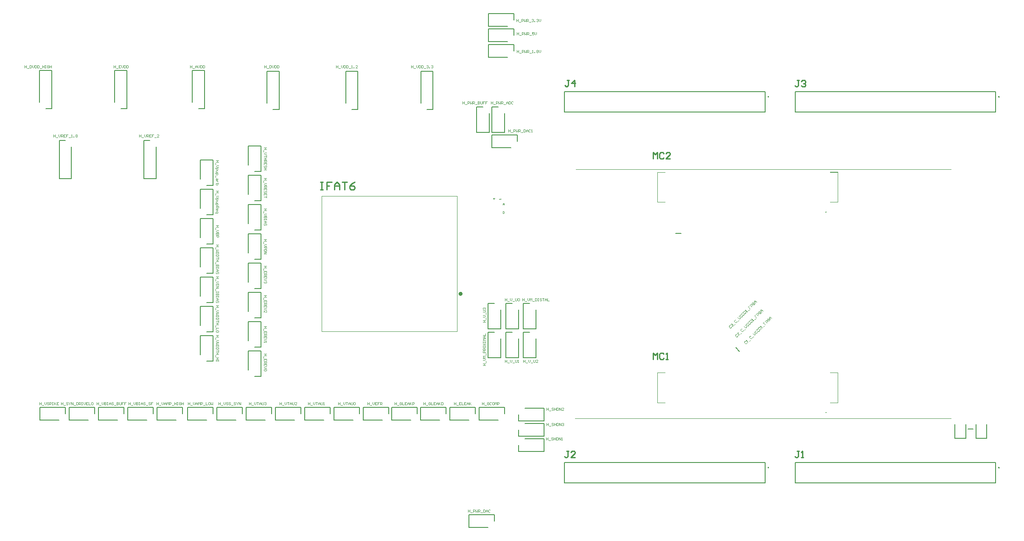
<source format=gbr>
G04*
G04 #@! TF.GenerationSoftware,Altium Limited,Altium Designer,22.4.2 (48)*
G04*
G04 Layer_Color=65535*
%FSLAX25Y25*%
%MOIN*%
G70*
G04*
G04 #@! TF.SameCoordinates,2DCEC4E4-29E6-4739-8FF7-65C193B2F985*
G04*
G04*
G04 #@! TF.FilePolarity,Positive*
G04*
G01*
G75*
%ADD10C,0.01575*%
%ADD11C,0.00787*%
%ADD12C,0.00472*%
%ADD13C,0.00394*%
%ADD14C,0.00300*%
%ADD15C,0.01000*%
%ADD16C,0.00400*%
D10*
X375693Y203715D02*
G03*
X375693Y203715I-787J0D01*
G01*
D11*
X798116Y67088D02*
G03*
X798116Y67088I-394J0D01*
G01*
X662105Y267864D02*
G03*
X661711Y267864I-197J0D01*
G01*
D02*
G03*
X662105Y267864I197J0D01*
G01*
D02*
G03*
X661711Y267864I-197J0D01*
G01*
X662105Y110383D02*
G03*
X661711Y110383I-197J0D01*
G01*
D02*
G03*
X662105Y110383I197J0D01*
G01*
D02*
G03*
X661711Y110383I-197J0D01*
G01*
X617014Y358427D02*
G03*
X617014Y358427I-394J0D01*
G01*
X798116Y358427D02*
G03*
X798116Y358427I-394J0D01*
G01*
X617014Y67088D02*
G03*
X617014Y67088I-394J0D01*
G01*
X591039Y161461D02*
X593961Y158538D01*
X135652Y294101D02*
Y319101D01*
X126164Y294101D02*
X135652D01*
X126164D02*
Y324101D01*
X130908D01*
X419452Y323500D02*
Y328500D01*
X399452D02*
X419452D01*
X399452Y318500D02*
Y328500D01*
Y318500D02*
X414452D01*
X795164Y55297D02*
Y71006D01*
X637683Y55297D02*
Y71006D01*
Y55297D02*
X795164D01*
X637683Y71006D02*
X795164D01*
X543933Y251124D02*
X548067D01*
X763268Y90315D02*
Y101043D01*
Y90315D02*
X771732D01*
Y101043D01*
X773433Y97500D02*
X777567D01*
X779768Y90315D02*
Y101043D01*
Y90315D02*
X788232D01*
Y101043D01*
X164256Y354000D02*
Y379000D01*
X173744D01*
Y349000D02*
Y379000D01*
X169000Y349000D02*
X173744D01*
X44256Y354000D02*
Y379000D01*
X53744D01*
Y349000D02*
Y379000D01*
X49000Y349000D02*
X53744D01*
X227629Y348545D02*
X232373D01*
Y378545D01*
X222885D02*
X232373D01*
X222885Y353545D02*
Y378545D01*
X366500Y104337D02*
X381500D01*
X366500D02*
Y114337D01*
X386500D01*
Y109337D02*
Y114337D01*
X208279Y143918D02*
Y158917D01*
X218279D01*
Y138918D02*
Y158917D01*
X213279Y138918D02*
X218279D01*
X208279Y166918D02*
Y181918D01*
X218279D01*
Y161917D02*
Y181918D01*
X213279Y161917D02*
X218279D01*
X208279Y189918D02*
Y204918D01*
X218279D01*
Y184917D02*
Y204918D01*
X213279Y184917D02*
X218279D01*
X208279Y212917D02*
Y227918D01*
X218279D01*
Y207917D02*
Y227918D01*
X213279Y207917D02*
X218279D01*
X103256Y354000D02*
Y379000D01*
X112744D01*
Y349000D02*
Y379000D01*
X108000Y349000D02*
X112744D01*
X389500Y104337D02*
X404500D01*
X389500D02*
Y114337D01*
X409500D01*
Y109337D02*
Y114337D01*
X343500Y104337D02*
X358500D01*
X343500D02*
Y114337D01*
X363500D01*
Y109337D02*
Y114337D01*
X320852Y104337D02*
X335852D01*
X320852D02*
Y114337D01*
X340852D01*
Y109337D02*
Y114337D01*
X396889Y389428D02*
X411889D01*
X396889D02*
Y399428D01*
X416889D01*
Y394428D02*
Y399428D01*
X396852Y413980D02*
X411852D01*
X396852D02*
Y423980D01*
X416852D01*
Y418980D02*
Y423980D01*
X396886Y401819D02*
X411886D01*
X396886D02*
Y411819D01*
X416886D01*
Y406819D02*
Y411819D01*
X409452Y330446D02*
Y345446D01*
X399452Y330446D02*
X409452D01*
X399452D02*
Y350446D01*
X404452D01*
X397452Y345446D02*
X397452Y330446D01*
X387452D02*
X397452D01*
X387452D02*
Y350446D01*
X392452Y350446D01*
X381500Y20000D02*
X396500D01*
X381500D02*
Y30000D01*
X401500D01*
Y25000D02*
Y30000D01*
X425505Y89983D02*
X440505D01*
Y79983D02*
Y89983D01*
X420505Y79983D02*
X440505D01*
X420505D02*
Y84983D01*
Y103913D02*
X420505Y108913D01*
X420505Y103913D02*
X440505D01*
Y113913D01*
X425505Y113913D02*
X440505Y113913D01*
X420505Y91983D02*
Y96983D01*
Y91983D02*
X440505D01*
Y101983D01*
X425505D02*
X440505D01*
X87500Y109337D02*
Y114337D01*
X67500D02*
X87500D01*
X67500Y104337D02*
Y114337D01*
Y104337D02*
X82500D01*
X410422Y173615D02*
X415422Y173615D01*
X410422Y153615D02*
Y173615D01*
Y153615D02*
X420422D01*
X420422Y168615D02*
X420422Y153615D01*
X420422Y191139D02*
X420422Y176139D01*
X410422D02*
X420422D01*
X410422D02*
Y196139D01*
X415422Y196139D01*
X396479Y196139D02*
X401479Y196139D01*
X396479Y176139D02*
Y196139D01*
Y176139D02*
X406479D01*
X406479Y191139D02*
X406479Y176139D01*
X396479Y173615D02*
X401479Y173615D01*
X396479Y153615D02*
Y173615D01*
Y153615D02*
X406479D01*
X406479Y168615D02*
X406479Y153615D01*
X156500Y109337D02*
Y114337D01*
X136500D02*
X156500D01*
X136500Y104337D02*
Y114337D01*
Y104337D02*
X151500D01*
X180500Y109337D02*
Y114337D01*
X160500D02*
X180500D01*
X160500Y104337D02*
Y114337D01*
Y104337D02*
X175500D01*
X110500Y109337D02*
Y114337D01*
X90500D02*
X110500D01*
X90500Y104337D02*
Y114337D01*
Y104337D02*
X105500D01*
X133500Y109337D02*
Y114337D01*
X113500D02*
X133500D01*
X113500Y104337D02*
Y114337D01*
Y104337D02*
X128500D01*
X208279Y258917D02*
Y273918D01*
X218279D01*
Y253918D02*
Y273918D01*
X213279Y253918D02*
X218279D01*
X170335Y247965D02*
Y262965D01*
X180335D01*
Y242965D02*
Y262965D01*
X175336Y242965D02*
X180335D01*
X284756Y353500D02*
Y378500D01*
X294244D01*
Y348500D02*
Y378500D01*
X289500Y348500D02*
X294244D01*
X343756Y353500D02*
Y378500D01*
X353244D01*
Y348500D02*
Y378500D01*
X348500Y348500D02*
X353244D01*
X298500Y104337D02*
X313500D01*
X298500D02*
Y114337D01*
X318500D01*
Y109337D02*
Y114337D01*
X170335Y201965D02*
Y216965D01*
X180335D01*
Y196965D02*
Y216965D01*
X175336Y196965D02*
X180335D01*
X424103Y173615D02*
X429103Y173615D01*
X424103Y153615D02*
Y173615D01*
Y153615D02*
X434103D01*
X434103Y168615D02*
X434103Y153615D01*
X424103Y196139D02*
X429103Y196139D01*
X424103Y176139D02*
Y196139D01*
Y176139D02*
X434103D01*
X434103Y191139D02*
X434103Y176139D01*
X208279Y235917D02*
Y250918D01*
X218279D01*
Y230918D02*
Y250918D01*
X213279Y230918D02*
X218279D01*
X170335Y293965D02*
Y308965D01*
X180335D01*
Y288965D02*
Y308965D01*
X175336Y288965D02*
X180335D01*
X170335Y270965D02*
Y285965D01*
X180335D01*
Y265965D02*
Y285965D01*
X175336Y265965D02*
X180335D01*
X69181Y294101D02*
Y319101D01*
X59693Y294101D02*
X69181D01*
X59693D02*
Y324101D01*
X64437D01*
X208279Y281918D02*
Y296918D01*
X218279D01*
Y276918D02*
Y296918D01*
X213279Y276918D02*
X218279D01*
X64500Y109337D02*
Y114337D01*
X44500D02*
X64500D01*
X44500Y104337D02*
Y114337D01*
Y104337D02*
X59500D01*
X203500Y109337D02*
Y114337D01*
X183500D02*
X203500D01*
X183500Y104337D02*
Y114337D01*
Y104337D02*
X198500D01*
X275500D02*
X290500D01*
X275500D02*
Y114337D01*
X295500D01*
Y109337D02*
Y114337D01*
X252500Y104337D02*
X267500D01*
X252500D02*
Y114337D01*
X272500D01*
Y109337D02*
Y114337D01*
X229500Y104337D02*
X244500D01*
X229500D02*
Y114337D01*
X249500D01*
Y109337D02*
Y114337D01*
X206500Y104337D02*
X221500D01*
X206500D02*
Y114337D01*
X226500D01*
Y109337D02*
Y114337D01*
X208279Y304918D02*
Y319917D01*
X218279D01*
Y299918D02*
Y319917D01*
X213279Y299918D02*
X218279D01*
X170335Y155965D02*
Y170965D01*
X180335D01*
Y150965D02*
Y170965D01*
X175336Y150965D02*
X180335D01*
X170335Y178965D02*
Y193965D01*
X180335D01*
Y173965D02*
Y193965D01*
X175336Y173965D02*
X180335D01*
X175336Y219965D02*
X180335D01*
Y239965D01*
X170335D02*
X180335D01*
X170335Y224965D02*
Y239965D01*
X614061Y346636D02*
Y362344D01*
X456581Y346636D02*
Y362344D01*
Y346636D02*
X614061D01*
X456581Y362344D02*
X614061D01*
X795164Y346636D02*
Y362344D01*
X637683Y346636D02*
Y362344D01*
Y346636D02*
X795164D01*
X637683Y362344D02*
X795164D01*
X456581Y71006D02*
X614061D01*
X456581Y55297D02*
X614061D01*
X456581D02*
Y71006D01*
X614061Y55297D02*
Y71006D01*
D12*
X265850Y280486D02*
X372150D01*
X265850Y174187D02*
Y280486D01*
Y174187D02*
X372150D01*
Y280486D01*
X464933Y105912D02*
X760209D01*
X465396Y301546D02*
X760164D01*
D13*
X529427Y275797D02*
X535333D01*
X529427D02*
X535333D01*
X529427D02*
Y299297D01*
Y275797D02*
Y299297D01*
X535333D01*
X529427D02*
X535333D01*
X671160D02*
Y299360D01*
X665254Y299297D02*
X671160D01*
X665254D02*
Y299360D01*
X671160D01*
Y275738D02*
Y299360D01*
Y275738D02*
Y299360D01*
X665254Y275738D02*
X671160D01*
X665254D02*
X671160D01*
X665254Y118257D02*
X671160D01*
X665254D02*
X671160D01*
Y141879D01*
Y118257D02*
Y141879D01*
X665254D02*
X671160D01*
X665254Y141816D02*
Y141879D01*
Y141816D02*
X671160D01*
Y141879D01*
X529427Y141816D02*
X535333D01*
X529427D02*
X535333D01*
X529427Y118316D02*
Y141816D01*
Y118316D02*
Y141816D01*
Y118316D02*
X535333D01*
X529427D02*
X535333D01*
D14*
X598722Y166400D02*
X598250D01*
X597779Y165928D01*
X597779Y165457D01*
X598722Y164515D01*
X599193D01*
X599664Y164986D01*
X599664Y165457D01*
X600371Y165693D02*
X600842Y166164D01*
X600606Y165928D01*
X599193Y167342D01*
X599193Y166871D01*
X601785Y166635D02*
X602727Y167578D01*
X602727Y170405D02*
X602256D01*
X601785Y169934D01*
Y169463D01*
X602727Y168520D01*
X603198D01*
X603670Y168992D01*
X603670Y169463D01*
X604612Y169463D02*
X605555Y170405D01*
X604377Y172526D02*
X605319Y171583D01*
X606262D01*
Y172526D01*
X605319Y173468D01*
X606968Y174647D02*
X606497D01*
X606026Y174175D01*
X606026Y173704D01*
X606968Y172762D01*
X607440D01*
X607911Y173233D01*
X607911Y173704D01*
X608382Y176060D02*
X607911D01*
X607440Y175589D01*
X607440Y175118D01*
X608382Y174175D01*
X608853D01*
X609325Y174647D01*
X609325Y175118D01*
X609325Y177474D02*
X608853Y177003D01*
Y176532D01*
X609796Y175589D01*
X610267D01*
X610739Y176060D01*
X610738Y176532D01*
X609796Y177474D01*
X609325D01*
X611445Y176767D02*
X611917Y177238D01*
X611681Y177003D01*
X610267Y178417D01*
X610267Y177945D01*
X612859Y177710D02*
X613802Y178652D01*
X613566Y181715D02*
X612624Y180773D01*
X613330Y180066D01*
X613802Y180537D01*
X613330Y180066D01*
X614037Y179359D01*
X615451Y180773D02*
X614037Y182187D01*
X614744Y182894D01*
X615215D01*
X615687Y182422D01*
Y181951D01*
X614980Y181244D01*
X616629Y184307D02*
X616158D01*
X615687Y183836D01*
Y183365D01*
X616629Y182422D01*
X617100D01*
X617572Y182894D01*
X617572Y183365D01*
X617100Y183836D01*
X616629Y183365D01*
X618279Y183600D02*
X617336Y184543D01*
Y185485D01*
X618279D01*
X619221Y184543D01*
X618514Y185250D01*
X617572Y184307D01*
X591604Y171782D02*
X591132D01*
X590661Y171311D01*
X590661Y170839D01*
X591604Y169897D01*
X592075D01*
X592546Y170368D01*
X592546Y170839D01*
X594196Y172018D02*
X593253Y171075D01*
Y172960D01*
X593017Y173196D01*
X592546D01*
X592075Y172724D01*
X592075Y172253D01*
X594903Y172253D02*
X595845Y173196D01*
X595845Y176023D02*
X595374D01*
X594903Y175552D01*
X594903Y175081D01*
X595845Y174138D01*
X596316D01*
X596788Y174609D01*
Y175081D01*
X597730D02*
X598672Y176023D01*
X597494Y178144D02*
X598437Y177201D01*
X599379D01*
Y178144D01*
X598437Y179086D01*
X600086Y180264D02*
X599615D01*
X599144Y179793D01*
X599144Y179322D01*
X600086Y178379D01*
X600558D01*
X601029Y178851D01*
Y179322D01*
X601500Y181678D02*
X601029D01*
X600558Y181207D01*
Y180736D01*
X601500Y179793D01*
X601971D01*
X602443Y180264D01*
X602443Y180736D01*
X602443Y183092D02*
X601971Y182621D01*
X601971Y182149D01*
X602914Y181207D01*
X603385D01*
X603856Y181678D01*
X603856Y182149D01*
X602914Y183092D01*
X602443D01*
X604563Y182385D02*
X605034Y182856D01*
X604799Y182621D01*
X603385Y184034D01*
X603385Y183563D01*
X605977Y183327D02*
X606919Y184270D01*
X606684Y187333D02*
X605741Y186391D01*
X606448Y185684D01*
X606919Y186155D01*
X606448Y185684D01*
X607155Y184977D01*
X608569Y186391D02*
X607155Y187804D01*
X607862Y188511D01*
X608333D01*
X608804Y188040D01*
Y187569D01*
X608098Y186862D01*
X609747Y189925D02*
X609276D01*
X608804Y189454D01*
Y188982D01*
X609747Y188040D01*
X610218D01*
X610689Y188511D01*
X610689Y188982D01*
X610218Y189454D01*
X609747Y188982D01*
X611396Y189218D02*
X610454Y190161D01*
Y191103D01*
X611396D01*
X612339Y190161D01*
X611632Y190867D01*
X610689Y189925D01*
X586604Y178782D02*
X586132D01*
X585661Y178311D01*
X585661Y177839D01*
X586604Y176897D01*
X587075D01*
X587546Y177368D01*
X587546Y177839D01*
X587075Y179253D02*
X587075Y179724D01*
X587546Y180196D01*
X588018D01*
X588253Y179960D01*
Y179489D01*
X588018Y179253D01*
X588253Y179489D01*
X588724D01*
X588960Y179253D01*
Y178782D01*
X588489Y178311D01*
X588018D01*
X589902Y179253D02*
X590845Y180196D01*
X590845Y183023D02*
X590374D01*
X589902Y182552D01*
X589902Y182081D01*
X590845Y181138D01*
X591316D01*
X591787Y181609D01*
Y182081D01*
X592730D02*
X593673Y183023D01*
X592494Y185144D02*
X593437Y184201D01*
X594379D01*
Y185144D01*
X593437Y186086D01*
X595086Y187264D02*
X594615D01*
X594144Y186793D01*
X594144Y186322D01*
X595086Y185379D01*
X595557D01*
X596029Y185851D01*
Y186322D01*
X596500Y188678D02*
X596029D01*
X595557Y188207D01*
Y187736D01*
X596500Y186793D01*
X596971D01*
X597442Y187264D01*
X597442Y187736D01*
X597442Y190092D02*
X596971Y189621D01*
X596971Y189149D01*
X597914Y188207D01*
X598385D01*
X598856Y188678D01*
X598856Y189149D01*
X597914Y190092D01*
X597442D01*
X599563Y189385D02*
X600034Y189856D01*
X599799Y189621D01*
X598385Y191034D01*
X598385Y190563D01*
X600977Y190328D02*
X601919Y191270D01*
X601684Y194333D02*
X600741Y193391D01*
X601448Y192684D01*
X601919Y193155D01*
X601448Y192684D01*
X602155Y191977D01*
X603569Y193391D02*
X602155Y194804D01*
X602862Y195511D01*
X603333D01*
X603804Y195040D01*
Y194569D01*
X603097Y193862D01*
X604747Y196925D02*
X604276D01*
X603804Y196454D01*
Y195983D01*
X604747Y195040D01*
X605218D01*
X605689Y195511D01*
X605689Y195983D01*
X605218Y196454D01*
X604747Y195983D01*
X606396Y196218D02*
X605454Y197161D01*
Y198103D01*
X606396D01*
X607339Y197161D01*
X606632Y197868D01*
X605689Y196925D01*
X408000Y273350D02*
Y274350D01*
X408500Y274850D01*
X409000Y274350D01*
Y273350D01*
Y274100D01*
X408000D01*
X408000Y268350D02*
Y266850D01*
X408750D01*
X409000Y267100D01*
Y268100D01*
X408750Y268350D01*
X408000D01*
X401850Y278712D02*
X400351D01*
X401100Y277962D01*
Y278962D01*
X406575Y277962D02*
Y278462D01*
Y278212D01*
X405076D01*
X405325Y277962D01*
D15*
X264800Y291598D02*
X266799D01*
X265800D01*
Y285600D01*
X264800D01*
X266799D01*
X273797Y291598D02*
X269798D01*
Y288599D01*
X271798D01*
X269798D01*
Y285600D01*
X275796D02*
Y289599D01*
X277796Y291598D01*
X279795Y289599D01*
Y285600D01*
Y288599D01*
X275796D01*
X281795Y291598D02*
X285793D01*
X283794D01*
Y285600D01*
X291791Y291598D02*
X289792Y290598D01*
X287793Y288599D01*
Y286600D01*
X288792Y285600D01*
X290792D01*
X291791Y286600D01*
Y287599D01*
X290792Y288599D01*
X287793D01*
X640932Y80098D02*
X639266D01*
X640099D01*
Y75933D01*
X639266Y75100D01*
X638433D01*
X637600Y75933D01*
X642598Y75100D02*
X644265D01*
X643431D01*
Y80098D01*
X642598Y79265D01*
X459832Y80098D02*
X458166D01*
X458999D01*
Y75933D01*
X458166Y75100D01*
X457333D01*
X456500Y75933D01*
X464831Y75100D02*
X461498D01*
X464831Y78432D01*
Y79265D01*
X463998Y80098D01*
X462331D01*
X461498Y79265D01*
X640928Y371379D02*
X639262D01*
X640095D01*
Y367214D01*
X639262Y366381D01*
X638429D01*
X637596Y367214D01*
X642594Y370546D02*
X643428Y371379D01*
X645094D01*
X645927Y370546D01*
Y369713D01*
X645094Y368880D01*
X644261D01*
X645094D01*
X645927Y368047D01*
Y367214D01*
X645094Y366381D01*
X643428D01*
X642594Y367214D01*
X460167Y371499D02*
X458501D01*
X459334D01*
Y367334D01*
X458501Y366501D01*
X457668D01*
X456835Y367334D01*
X464332Y366501D02*
Y371499D01*
X461833Y369000D01*
X465165D01*
X526300Y309700D02*
Y314698D01*
X527966Y313032D01*
X529632Y314698D01*
Y309700D01*
X534631Y313865D02*
X533798Y314698D01*
X532131D01*
X531298Y313865D01*
Y310533D01*
X532131Y309700D01*
X533798D01*
X534631Y310533D01*
X539629Y309700D02*
X536297D01*
X539629Y313032D01*
Y313865D01*
X538796Y314698D01*
X537130D01*
X536297Y313865D01*
X526300Y152200D02*
Y157198D01*
X527966Y155532D01*
X529632Y157198D01*
Y152200D01*
X534631Y156365D02*
X533798Y157198D01*
X532131D01*
X531298Y156365D01*
Y153033D01*
X532131Y152200D01*
X533798D01*
X534631Y153033D01*
X536297Y152200D02*
X537963D01*
X537130D01*
Y157198D01*
X536297Y156365D01*
D16*
X412622Y332666D02*
Y330667D01*
Y331667D01*
X413955D01*
Y332666D01*
Y330667D01*
X414621Y330334D02*
X415954D01*
X416621Y330667D02*
Y332666D01*
X417620D01*
X417954Y332333D01*
Y331667D01*
X417620Y331333D01*
X416621D01*
X418620Y332666D02*
Y330667D01*
X419286Y331333D01*
X419953Y330667D01*
Y332666D01*
X420619Y330667D02*
Y332666D01*
X421619D01*
X421952Y332333D01*
Y331667D01*
X421619Y331333D01*
X420619D01*
X421286D02*
X421952Y330667D01*
X422619Y330334D02*
X423952D01*
X424618Y332666D02*
Y330667D01*
X425618D01*
X425951Y331000D01*
Y332333D01*
X425618Y332666D01*
X424618D01*
X426617Y330667D02*
Y332000D01*
X427284Y332666D01*
X427950Y332000D01*
Y330667D01*
Y331667D01*
X426617D01*
X429950Y332333D02*
X429616Y332666D01*
X428950D01*
X428617Y332333D01*
Y331000D01*
X428950Y330667D01*
X429616D01*
X429950Y331000D01*
X430616Y330667D02*
X431283D01*
X430949D01*
Y332666D01*
X430616Y332333D01*
X184669Y242295D02*
X182669D01*
X183669D01*
Y240962D01*
X184669D01*
X182669D01*
X182336Y240295D02*
Y238962D01*
X184669Y238296D02*
X182669D01*
X183335Y237629D01*
X182669Y236963D01*
X184669D01*
Y236297D02*
Y235630D01*
Y235963D01*
X182669D01*
Y236297D01*
Y235630D01*
X184669Y234630D02*
X182669D01*
Y233631D01*
X183002Y233297D01*
X184335D01*
X184669Y233631D01*
Y234630D01*
Y232631D02*
Y231298D01*
Y231965D01*
X182669D01*
X184669Y230632D02*
X182669D01*
X183669D01*
Y229299D01*
X184669D01*
X182669D01*
X182336Y228632D02*
Y227299D01*
X184669Y226633D02*
X182669D01*
Y225633D01*
X183002Y225300D01*
X183335D01*
X183669Y225633D01*
Y226633D01*
Y225633D01*
X184002Y225300D01*
X184335D01*
X184669Y225633D01*
Y226633D01*
Y224634D02*
Y223967D01*
Y224300D01*
X182669D01*
Y224634D01*
Y223967D01*
Y222968D02*
X184002D01*
X184669Y222301D01*
X184002Y221635D01*
X182669D01*
X183669D01*
Y222968D01*
X184335Y219635D02*
X184669Y219969D01*
Y220635D01*
X184335Y220968D01*
X184002D01*
X183669Y220635D01*
Y219969D01*
X183335Y219635D01*
X183002D01*
X182669Y219969D01*
Y220635D01*
X183002Y220968D01*
X184669Y194462D02*
X182669D01*
X183669D01*
Y193129D01*
X184669D01*
X182669D01*
X182336Y192462D02*
Y191129D01*
X184669Y190463D02*
X183335D01*
X182669Y189796D01*
X183335Y189130D01*
X184669D01*
Y188463D02*
X182669D01*
X183335Y187797D01*
X182669Y187130D01*
X184669D01*
Y186464D02*
Y185798D01*
Y186131D01*
X182669D01*
Y186464D01*
Y185798D01*
X184669Y184798D02*
X182669D01*
Y183798D01*
X183002Y183465D01*
X184335D01*
X184669Y183798D01*
Y184798D01*
Y182799D02*
Y181466D01*
Y182132D01*
X182669D01*
X184669Y180799D02*
X182669D01*
X183669D01*
Y179466D01*
X184669D01*
X182669D01*
X182336Y178800D02*
Y177467D01*
X184669Y176801D02*
X182669D01*
Y175468D01*
X184669Y173802D02*
Y174468D01*
X184335Y174801D01*
X183002D01*
X182669Y174468D01*
Y173802D01*
X183002Y173468D01*
X184335D01*
X184669Y173802D01*
Y171128D02*
X182669D01*
X183669D01*
Y169795D01*
X184669D01*
X182669D01*
X182336Y169129D02*
Y167796D01*
X184669Y167130D02*
X183335D01*
X182669Y166463D01*
X183335Y165797D01*
X184669D01*
Y165130D02*
X182669D01*
X183335Y164464D01*
X182669Y163797D01*
X184669D01*
Y163131D02*
Y162464D01*
Y162798D01*
X182669D01*
Y163131D01*
Y162464D01*
X184669Y161465D02*
X182669D01*
Y160465D01*
X183002Y160132D01*
X184335D01*
X184669Y160465D01*
Y161465D01*
Y159465D02*
Y158133D01*
Y158799D01*
X182669D01*
X184669Y157466D02*
X182669D01*
X183669D01*
Y156133D01*
X184669D01*
X182669D01*
X182336Y155467D02*
Y154134D01*
X184669Y153467D02*
X182669D01*
X183669D01*
Y152134D01*
X184669D01*
X182669D01*
X184669Y151468D02*
Y150802D01*
Y151135D01*
X182669D01*
Y151468D01*
Y150802D01*
X222446Y318581D02*
X220446D01*
X221446D01*
Y317248D01*
X222446D01*
X220446D01*
X220113Y316582D02*
Y315249D01*
X222446Y314583D02*
X221113D01*
X220446Y313916D01*
X221113Y313250D01*
X222446D01*
Y312583D02*
Y311250D01*
Y311917D01*
X220446D01*
X222446Y310584D02*
X220446D01*
X221446D01*
Y309251D01*
X222446D01*
X220446D01*
Y308585D02*
X222446D01*
Y307585D01*
X222112Y307252D01*
X221446D01*
X221113Y307585D01*
Y308585D01*
Y307918D02*
X220446Y307252D01*
X222446Y305252D02*
Y306585D01*
X220446D01*
Y305252D01*
X221446Y306585D02*
Y305919D01*
X222112Y303253D02*
X222446Y303586D01*
Y304253D01*
X222112Y304586D01*
X221779D01*
X221446Y304253D01*
Y303586D01*
X221113Y303253D01*
X220780D01*
X220446Y303586D01*
Y304253D01*
X220780Y304586D01*
X222446Y302587D02*
X220446D01*
X221446D01*
Y301254D01*
X222446D01*
X220446D01*
X208836Y118503D02*
Y116504D01*
Y117503D01*
X210168D01*
Y118503D01*
Y116504D01*
X210835Y116170D02*
X212168D01*
X212834Y118503D02*
Y117170D01*
X213501Y116504D01*
X214167Y117170D01*
Y118503D01*
X214834D02*
X216166D01*
X215500D01*
Y116504D01*
X216833D02*
Y117836D01*
X217499Y118503D01*
X218166Y117836D01*
Y116504D01*
Y117503D01*
X216833D01*
X218832Y118503D02*
Y116837D01*
X219165Y116504D01*
X219832D01*
X220165Y116837D01*
Y118503D01*
X220832Y118170D02*
X221165Y118503D01*
X221831D01*
X222165Y118170D01*
Y117836D01*
X221831Y117503D01*
X221498D01*
X221831D01*
X222165Y117170D01*
Y116837D01*
X221831Y116504D01*
X221165D01*
X220832Y116837D01*
X232836Y118503D02*
Y116504D01*
Y117503D01*
X234168D01*
Y118503D01*
Y116504D01*
X234835Y116170D02*
X236168D01*
X236834Y118503D02*
Y117170D01*
X237501Y116504D01*
X238167Y117170D01*
Y118503D01*
X238834D02*
X240166D01*
X239500D01*
Y116504D01*
X240833D02*
Y117836D01*
X241499Y118503D01*
X242166Y117836D01*
Y116504D01*
Y117503D01*
X240833D01*
X242832Y118503D02*
Y116837D01*
X243165Y116504D01*
X243832D01*
X244165Y116837D01*
Y118503D01*
X246164Y116504D02*
X244832D01*
X246164Y117836D01*
Y118170D01*
X245831Y118503D01*
X245165D01*
X244832Y118170D01*
X255169Y118503D02*
Y116504D01*
Y117503D01*
X256502D01*
Y118503D01*
Y116504D01*
X257168Y116170D02*
X258501D01*
X259168Y118503D02*
Y117170D01*
X259834Y116504D01*
X260500Y117170D01*
Y118503D01*
X261167D02*
X262500D01*
X261833D01*
Y116504D01*
X263166D02*
Y117836D01*
X263833Y118503D01*
X264499Y117836D01*
Y116504D01*
Y117503D01*
X263166D01*
X265165Y118503D02*
Y116837D01*
X265499Y116504D01*
X266165D01*
X266498Y116837D01*
Y118503D01*
X267165Y116504D02*
X267831D01*
X267498D01*
Y118503D01*
X267165Y118170D01*
X278836Y118503D02*
Y116504D01*
Y117503D01*
X280168D01*
Y118503D01*
Y116504D01*
X280835Y116170D02*
X282168D01*
X282834Y118503D02*
Y117170D01*
X283501Y116504D01*
X284167Y117170D01*
Y118503D01*
X284834D02*
X286167D01*
X285500D01*
Y116504D01*
X286833D02*
Y117836D01*
X287499Y118503D01*
X288166Y117836D01*
Y116504D01*
Y117503D01*
X286833D01*
X288832Y118503D02*
Y116837D01*
X289165Y116504D01*
X289832D01*
X290165Y116837D01*
Y118503D01*
X290832Y118170D02*
X291165Y118503D01*
X291831D01*
X292164Y118170D01*
Y116837D01*
X291831Y116504D01*
X291165D01*
X290832Y116837D01*
Y118170D01*
X184836Y118503D02*
Y116504D01*
Y117503D01*
X186169D01*
Y118503D01*
Y116504D01*
X186836Y116170D02*
X188168D01*
X188835Y118503D02*
Y117170D01*
X189501Y116504D01*
X190168Y117170D01*
Y118503D01*
X192167Y118170D02*
X191834Y118503D01*
X191167D01*
X190834Y118170D01*
Y117836D01*
X191167Y117503D01*
X191834D01*
X192167Y117170D01*
Y116837D01*
X191834Y116504D01*
X191167D01*
X190834Y116837D01*
X194167Y118170D02*
X193833Y118503D01*
X193167D01*
X192834Y118170D01*
Y117836D01*
X193167Y117503D01*
X193833D01*
X194167Y117170D01*
Y116837D01*
X193833Y116504D01*
X193167D01*
X192834Y116837D01*
X194833Y116170D02*
X196166D01*
X198165Y118170D02*
X197832Y118503D01*
X197166D01*
X196832Y118170D01*
Y117836D01*
X197166Y117503D01*
X197832D01*
X198165Y117170D01*
Y116837D01*
X197832Y116504D01*
X197166D01*
X196832Y116837D01*
X198832Y118503D02*
Y118170D01*
X199498Y117503D01*
X200165Y118170D01*
Y118503D01*
X199498Y117503D02*
Y116504D01*
X200831D02*
Y118503D01*
X202164Y116504D01*
Y118503D01*
X44003D02*
Y116504D01*
Y117503D01*
X45335D01*
Y118503D01*
Y116504D01*
X46002Y116170D02*
X47335D01*
X48001Y118503D02*
Y117170D01*
X48668Y116504D01*
X49334Y117170D01*
Y118503D01*
X51333Y118170D02*
X51000Y118503D01*
X50334D01*
X50001Y118170D01*
Y117836D01*
X50334Y117503D01*
X51000D01*
X51333Y117170D01*
Y116837D01*
X51000Y116504D01*
X50334D01*
X50001Y116837D01*
X52000Y116504D02*
Y118503D01*
X53000D01*
X53333Y118170D01*
Y117503D01*
X53000Y117170D01*
X52000D01*
X53999Y118503D02*
X54666D01*
X54332D01*
Y116504D01*
X53999D01*
X54666D01*
X55665Y118503D02*
Y116504D01*
Y117170D01*
X56998Y118503D01*
X55999Y117503D01*
X56998Y116504D01*
X58998Y118503D02*
X57665D01*
Y116504D01*
X58998D01*
X57665Y117503D02*
X58331D01*
X222446Y294582D02*
X220446D01*
X221446D01*
Y293249D01*
X222446D01*
X220446D01*
X220113Y292582D02*
Y291249D01*
X222446Y290583D02*
X221113D01*
X220446Y289916D01*
X221113Y289250D01*
X222446D01*
X220446Y288584D02*
X222446D01*
Y287584D01*
X222112Y287251D01*
X221446D01*
X221113Y287584D01*
Y288584D01*
Y287917D02*
X220446Y287251D01*
X222446Y285251D02*
Y286584D01*
X220446D01*
Y285251D01*
X221446Y286584D02*
Y285918D01*
X222112Y283252D02*
X222446Y283585D01*
Y284252D01*
X222112Y284585D01*
X221779D01*
X221446Y284252D01*
Y283585D01*
X221113Y283252D01*
X220780D01*
X220446Y283585D01*
Y284252D01*
X220780Y284585D01*
X222446Y281253D02*
Y282586D01*
X220446D01*
Y281253D01*
X221446Y282586D02*
Y281919D01*
X222446Y280586D02*
Y279253D01*
Y279920D01*
X220446D01*
X122336Y328666D02*
Y326667D01*
Y327667D01*
X123669D01*
Y328666D01*
Y326667D01*
X124335Y326334D02*
X125668D01*
X126335Y328666D02*
Y327333D01*
X127001Y326667D01*
X127667Y327333D01*
Y328666D01*
X128334Y326667D02*
Y328666D01*
X129334D01*
X129667Y328333D01*
Y327667D01*
X129334Y327333D01*
X128334D01*
X129000D02*
X129667Y326667D01*
X131666Y328666D02*
X130333D01*
Y326667D01*
X131666D01*
X130333Y327667D02*
X131000D01*
X133666Y328666D02*
X132333D01*
Y327667D01*
X132999D01*
X132333D01*
Y326667D01*
X134332Y326334D02*
X135665D01*
X137664Y326667D02*
X136331D01*
X137664Y328000D01*
Y328333D01*
X137331Y328666D01*
X136664D01*
X136331Y328333D01*
X55170Y328666D02*
Y326667D01*
Y327667D01*
X56503D01*
Y328666D01*
Y326667D01*
X57169Y326334D02*
X58502D01*
X59168Y328666D02*
Y327333D01*
X59835Y326667D01*
X60501Y327333D01*
Y328666D01*
X61168Y326667D02*
Y328666D01*
X62167D01*
X62501Y328333D01*
Y327667D01*
X62167Y327333D01*
X61168D01*
X61834D02*
X62501Y326667D01*
X64500Y328666D02*
X63167D01*
Y326667D01*
X64500D01*
X63167Y327667D02*
X63834D01*
X66499Y328666D02*
X65166D01*
Y327667D01*
X65833D01*
X65166D01*
Y326667D01*
X67166Y326334D02*
X68499D01*
X69165Y326667D02*
X69832D01*
X69498D01*
Y328666D01*
X69165Y328333D01*
X70831Y326667D02*
Y327000D01*
X71165D01*
Y326667D01*
X70831D01*
X72497Y328333D02*
X72831Y328666D01*
X73497D01*
X73830Y328333D01*
Y328000D01*
X73497Y327667D01*
X73830Y327333D01*
Y327000D01*
X73497Y326667D01*
X72831D01*
X72497Y327000D01*
Y327333D01*
X72831Y327667D01*
X72497Y328000D01*
Y328333D01*
X72831Y327667D02*
X73497D01*
X184669Y284629D02*
X182669D01*
X183669D01*
Y283296D01*
X184669D01*
X182669D01*
X182336Y282629D02*
Y281296D01*
X184669Y280630D02*
X183335D01*
X182669Y279964D01*
X183335Y279297D01*
X184669D01*
X182003Y278631D02*
X184002D01*
Y277631D01*
X183669Y277298D01*
X183002D01*
X182669Y277631D01*
Y278631D01*
X184002Y276631D02*
X183002D01*
X182669Y276298D01*
Y275299D01*
X184002D01*
X182003Y274632D02*
X184002D01*
Y273632D01*
X183669Y273299D01*
X183002D01*
X182669Y273632D01*
Y274632D01*
Y272633D02*
X184669D01*
Y271633D01*
X184335Y271300D01*
X183669D01*
X183335Y271633D01*
Y272633D01*
Y271966D02*
X182669Y271300D01*
Y269634D02*
Y270300D01*
X183002Y270633D01*
X183669D01*
X184002Y270300D01*
Y269634D01*
X183669Y269300D01*
X183335D01*
Y270633D01*
X182003Y267301D02*
X184002D01*
Y268301D01*
X183669Y268634D01*
X183002D01*
X182669Y268301D01*
Y267301D01*
X184669Y308628D02*
X182669D01*
X183669D01*
Y307295D01*
X184669D01*
X182669D01*
X182336Y306629D02*
Y305296D01*
X184669Y304630D02*
X183335D01*
X182669Y303963D01*
X183335Y303297D01*
X184669D01*
X182003Y302630D02*
X184002D01*
Y301631D01*
X183669Y301297D01*
X183002D01*
X182669Y301631D01*
Y302630D01*
X184002Y300631D02*
X183002D01*
X182669Y300298D01*
Y299298D01*
X184002D01*
X182003Y298632D02*
X184002D01*
Y297632D01*
X183669Y297299D01*
X183002D01*
X182669Y297632D01*
Y298632D01*
X182336Y296632D02*
Y295299D01*
X184002Y294300D02*
Y293633D01*
X183669Y293300D01*
X182669D01*
Y294300D01*
X183002Y294633D01*
X183335Y294300D01*
Y293300D01*
X184002Y292634D02*
X182669D01*
X183335D01*
X183669Y292300D01*
X184002Y291967D01*
Y291634D01*
X184669Y290634D02*
X182669D01*
Y289635D01*
X183002Y289301D01*
X183335D01*
X183669D01*
X184002Y289635D01*
Y290634D01*
X222446Y246582D02*
X220446D01*
X221446D01*
Y245249D01*
X222446D01*
X220446D01*
X220113Y244583D02*
Y243250D01*
X222446Y242584D02*
X221113D01*
X220446Y241917D01*
X221113Y241251D01*
X222446D01*
X220446Y240584D02*
X222446D01*
Y239585D01*
X222112Y239251D01*
X221446D01*
X221113Y239585D01*
Y240584D01*
X222446Y238585D02*
X220446D01*
Y237585D01*
X220780Y237252D01*
X222112D01*
X222446Y237585D01*
Y238585D01*
X220446Y236585D02*
X222446D01*
X220446Y235253D01*
X222446D01*
X423503Y200166D02*
Y198167D01*
Y199167D01*
X424836D01*
Y200166D01*
Y198167D01*
X425503Y197834D02*
X426836D01*
X427502Y200166D02*
Y198833D01*
X428169Y198167D01*
X428835Y198833D01*
Y200166D01*
X429501Y198167D02*
Y200166D01*
X430168Y199500D01*
X430834Y200166D01*
Y198167D01*
X431501Y197834D02*
X432834D01*
X433500Y200166D02*
Y198167D01*
X434500D01*
X434833Y198500D01*
Y199833D01*
X434500Y200166D01*
X433500D01*
X435499D02*
X436166D01*
X435833D01*
Y198167D01*
X435499D01*
X436166D01*
X438498Y199833D02*
X438165Y200166D01*
X437499D01*
X437166Y199833D01*
Y199500D01*
X437499Y199167D01*
X438165D01*
X438498Y198833D01*
Y198500D01*
X438165Y198167D01*
X437499D01*
X437166Y198500D01*
X439165Y200166D02*
X440498D01*
X439831D01*
Y198167D01*
X441164D02*
Y199500D01*
X441831Y200166D01*
X442497Y199500D01*
Y198167D01*
Y199167D01*
X441164D01*
X443164Y200166D02*
Y198167D01*
X444497D01*
X424161Y151666D02*
Y149667D01*
Y150667D01*
X425494D01*
Y151666D01*
Y149667D01*
X426160Y149334D02*
X427493D01*
X428160Y151666D02*
Y150333D01*
X428826Y149667D01*
X429492Y150333D01*
Y151666D01*
X430159Y149334D02*
X431492D01*
X432158Y151666D02*
Y150000D01*
X432491Y149667D01*
X433158D01*
X433491Y150000D01*
Y151666D01*
X435490Y149667D02*
X434158D01*
X435490Y151000D01*
Y151333D01*
X435157Y151666D01*
X434491D01*
X434158Y151333D01*
X184669Y217128D02*
X182669D01*
X183669D01*
Y215795D01*
X184669D01*
X182669D01*
X182336Y215129D02*
Y213796D01*
X184669Y213130D02*
X183335D01*
X182669Y212463D01*
X183335Y211797D01*
X184669D01*
Y211130D02*
Y210464D01*
Y210797D01*
X182669D01*
Y211130D01*
Y210464D01*
Y209464D02*
X184669D01*
X182669Y208131D01*
X184669D01*
X182336Y207465D02*
Y206132D01*
X184669Y205465D02*
Y204799D01*
Y205132D01*
X182669D01*
Y205465D01*
Y204799D01*
X184669Y203799D02*
X182669D01*
Y202800D01*
X183002Y202466D01*
X183335D01*
X183669Y202800D01*
Y203799D01*
Y202800D01*
X184002Y202466D01*
X184335D01*
X184669Y202800D01*
Y203799D01*
Y201800D02*
Y201133D01*
Y201467D01*
X182669D01*
Y201800D01*
Y201133D01*
Y200134D02*
X184002D01*
X184669Y199467D01*
X184002Y198801D01*
X182669D01*
X183669D01*
Y200134D01*
X184335Y196801D02*
X184669Y197135D01*
Y197801D01*
X184335Y198134D01*
X184002D01*
X183669Y197801D01*
Y197135D01*
X183335Y196801D01*
X183002D01*
X182669Y197135D01*
Y197801D01*
X183002Y198134D01*
X301835Y118503D02*
Y116504D01*
Y117503D01*
X303168D01*
Y118503D01*
Y116504D01*
X303835Y116170D02*
X305168D01*
X305834Y118503D02*
Y117170D01*
X306500Y116504D01*
X307167Y117170D01*
Y118503D01*
X309166D02*
X307833D01*
Y116504D01*
X309166D01*
X307833Y117503D02*
X308500D01*
X311165Y118503D02*
X309833D01*
Y117503D01*
X310499D01*
X309833D01*
Y116504D01*
X311832D02*
Y118503D01*
X312832D01*
X313165Y118170D01*
Y117503D01*
X312832Y117170D01*
X311832D01*
X312498D02*
X313165Y116504D01*
X336003Y383166D02*
Y381167D01*
Y382167D01*
X337336D01*
Y383166D01*
Y381167D01*
X338002Y380834D02*
X339335D01*
X340002Y383166D02*
Y381833D01*
X340668Y381167D01*
X341334Y381833D01*
Y383166D01*
X342001D02*
Y381167D01*
X343001D01*
X343334Y381500D01*
Y382833D01*
X343001Y383166D01*
X342001D01*
X344000D02*
Y381167D01*
X345000D01*
X345333Y381500D01*
Y382833D01*
X345000Y383166D01*
X344000D01*
X346000Y380834D02*
X347332D01*
X347999Y382833D02*
X348332Y383166D01*
X348998D01*
X349332Y382833D01*
Y382500D01*
X348998Y382167D01*
X348665D01*
X348998D01*
X349332Y381833D01*
Y381500D01*
X348998Y381167D01*
X348332D01*
X347999Y381500D01*
X349998Y381167D02*
Y381500D01*
X350331D01*
Y381167D01*
X349998D01*
X351664Y382833D02*
X351998Y383166D01*
X352664D01*
X352997Y382833D01*
Y382500D01*
X352664Y382167D01*
X352331D01*
X352664D01*
X352997Y381833D01*
Y381500D01*
X352664Y381167D01*
X351998D01*
X351664Y381500D01*
X277169Y383166D02*
Y381167D01*
Y382167D01*
X278502D01*
Y383166D01*
Y381167D01*
X279169Y380834D02*
X280502D01*
X281168Y383166D02*
Y381833D01*
X281835Y381167D01*
X282501Y381833D01*
Y383166D01*
X283167D02*
Y381167D01*
X284167D01*
X284500Y381500D01*
Y382833D01*
X284167Y383166D01*
X283167D01*
X285167D02*
Y381167D01*
X286166D01*
X286500Y381500D01*
Y382833D01*
X286166Y383166D01*
X285167D01*
X287166Y380834D02*
X288499D01*
X289165Y381167D02*
X289832D01*
X289499D01*
Y383166D01*
X289165Y382833D01*
X290832Y381167D02*
Y381500D01*
X291165D01*
Y381167D01*
X290832D01*
X293831D02*
X292498D01*
X293831Y382500D01*
Y382833D01*
X293497Y383166D01*
X292831D01*
X292498Y382833D01*
X184669Y257630D02*
X182669D01*
X183669D01*
Y256297D01*
X184669D01*
X182669D01*
X182336Y255631D02*
Y254298D01*
X184669Y253631D02*
X183335D01*
X182669Y252965D01*
X183335Y252298D01*
X184669D01*
Y251632D02*
X182669D01*
Y250632D01*
X183002Y250299D01*
X183335D01*
X183669Y250632D01*
Y251632D01*
Y250632D01*
X184002Y250299D01*
X184335D01*
X184669Y250632D01*
Y251632D01*
X182669Y249633D02*
X184669D01*
Y248633D01*
X184335Y248300D01*
X183669D01*
X183335Y248633D01*
Y249633D01*
X222446Y270415D02*
X220446D01*
X221446D01*
Y269082D01*
X222446D01*
X220446D01*
X220113Y268416D02*
Y267083D01*
X222446Y266417D02*
X221113D01*
X220446Y265750D01*
X221113Y265084D01*
X222446D01*
Y264417D02*
X220446D01*
Y263418D01*
X220780Y263084D01*
X221113D01*
X221446Y263418D01*
Y264417D01*
Y263418D01*
X221779Y263084D01*
X222112D01*
X222446Y263418D01*
Y264417D01*
Y262418D02*
Y261752D01*
Y262085D01*
X220446D01*
Y262418D01*
Y261752D01*
Y260752D02*
X221779D01*
X222446Y260085D01*
X221779Y259419D01*
X220446D01*
X221446D01*
Y260752D01*
X222112Y257420D02*
X222446Y257753D01*
Y258419D01*
X222112Y258752D01*
X221779D01*
X221446Y258419D01*
Y257753D01*
X221113Y257420D01*
X220780D01*
X220446Y257753D01*
Y258419D01*
X220780Y258752D01*
X114003Y118503D02*
Y116504D01*
Y117503D01*
X115336D01*
Y118503D01*
Y116504D01*
X116003Y116170D02*
X117335D01*
X118002Y118503D02*
Y117170D01*
X118668Y116504D01*
X119335Y117170D01*
Y118503D01*
X120001D02*
Y116504D01*
X121001D01*
X121334Y116837D01*
Y117170D01*
X121001Y117503D01*
X120001D01*
X121001D01*
X121334Y117836D01*
Y118170D01*
X121001Y118503D01*
X120001D01*
X122001D02*
X122667D01*
X122334D01*
Y116504D01*
X122001D01*
X122667D01*
X123667D02*
Y117836D01*
X124333Y118503D01*
X124999Y117836D01*
Y116504D01*
Y117503D01*
X123667D01*
X126999Y118170D02*
X126666Y118503D01*
X125999D01*
X125666Y118170D01*
Y117836D01*
X125999Y117503D01*
X126666D01*
X126999Y117170D01*
Y116837D01*
X126666Y116504D01*
X125999D01*
X125666Y116837D01*
X127665Y116170D02*
X128998D01*
X130998Y118170D02*
X130664Y118503D01*
X129998D01*
X129665Y118170D01*
Y117836D01*
X129998Y117503D01*
X130664D01*
X130998Y117170D01*
Y116837D01*
X130664Y116504D01*
X129998D01*
X129665Y116837D01*
X132997Y118503D02*
X131664D01*
Y117503D01*
X132331D01*
X131664D01*
Y116504D01*
X89004Y118503D02*
Y116504D01*
Y117503D01*
X90337D01*
Y118503D01*
Y116504D01*
X91003Y116170D02*
X92336D01*
X93002Y118503D02*
Y117170D01*
X93669Y116504D01*
X94335Y117170D01*
Y118503D01*
X95002D02*
Y116504D01*
X96001D01*
X96335Y116837D01*
Y117170D01*
X96001Y117503D01*
X95002D01*
X96001D01*
X96335Y117836D01*
Y118170D01*
X96001Y118503D01*
X95002D01*
X97001D02*
X97668D01*
X97334D01*
Y116504D01*
X97001D01*
X97668D01*
X98667D02*
Y117836D01*
X99334Y118503D01*
X100000Y117836D01*
Y116504D01*
Y117503D01*
X98667D01*
X101999Y118170D02*
X101666Y118503D01*
X101000D01*
X100667Y118170D01*
Y117836D01*
X101000Y117503D01*
X101666D01*
X101999Y117170D01*
Y116837D01*
X101666Y116504D01*
X101000D01*
X100667Y116837D01*
X102666Y116170D02*
X103999D01*
X104665Y118503D02*
Y116504D01*
X105665D01*
X105998Y116837D01*
Y117170D01*
X105665Y117503D01*
X104665D01*
X105665D01*
X105998Y117836D01*
Y118170D01*
X105665Y118503D01*
X104665D01*
X106665D02*
Y116837D01*
X106998Y116504D01*
X107664D01*
X107998Y116837D01*
Y118503D01*
X109997D02*
X108664D01*
Y117503D01*
X109330D01*
X108664D01*
Y116504D01*
X111996Y118503D02*
X110663D01*
Y117503D01*
X111330D01*
X110663D01*
Y116504D01*
X160837Y118503D02*
Y116504D01*
Y117503D01*
X162169D01*
Y118503D01*
Y116504D01*
X162836Y116170D02*
X164169D01*
X164835Y118503D02*
Y117170D01*
X165502Y116504D01*
X166168Y117170D01*
Y118503D01*
X166834Y116504D02*
Y117836D01*
X167501Y118503D01*
X168167Y117836D01*
Y116504D01*
Y117503D01*
X166834D01*
X168834Y116504D02*
Y118503D01*
X169500Y117836D01*
X170167Y118503D01*
Y116504D01*
X170833D02*
Y118503D01*
X171833D01*
X172166Y118170D01*
Y117503D01*
X171833Y117170D01*
X170833D01*
X172833Y116170D02*
X174165D01*
X174832Y118503D02*
Y116504D01*
X176165D01*
X177831Y118503D02*
X177164D01*
X176831Y118170D01*
Y116837D01*
X177164Y116504D01*
X177831D01*
X178164Y116837D01*
Y118170D01*
X177831Y118503D01*
X178831D02*
Y116504D01*
X179497Y117170D01*
X180164Y116504D01*
Y118503D01*
X136003D02*
Y116504D01*
Y117503D01*
X137336D01*
Y118503D01*
Y116504D01*
X138003Y116170D02*
X139336D01*
X140002Y118503D02*
Y117170D01*
X140669Y116504D01*
X141335Y117170D01*
Y118503D01*
X142001Y116504D02*
Y117836D01*
X142668Y118503D01*
X143334Y117836D01*
Y116504D01*
Y117503D01*
X142001D01*
X144001Y116504D02*
Y118503D01*
X144667Y117836D01*
X145334Y118503D01*
Y116504D01*
X146000D02*
Y118503D01*
X147000D01*
X147333Y118170D01*
Y117503D01*
X147000Y117170D01*
X146000D01*
X148000Y116170D02*
X149332D01*
X149999Y118503D02*
Y116504D01*
Y117503D01*
X151332D01*
Y118503D01*
Y116504D01*
X151998Y118503D02*
X152665D01*
X152331D01*
Y116504D01*
X151998D01*
X152665D01*
X154997Y118170D02*
X154664Y118503D01*
X153998D01*
X153664Y118170D01*
Y116837D01*
X153998Y116504D01*
X154664D01*
X154997Y116837D01*
Y117503D01*
X154331D01*
X155664Y118503D02*
Y116504D01*
Y117503D01*
X156997D01*
Y118503D01*
Y116504D01*
X392334Y147504D02*
X394333D01*
X393333D01*
Y148837D01*
X392334D01*
X394333D01*
X394666Y149503D02*
Y150836D01*
X392334Y151503D02*
X393667D01*
X394333Y152169D01*
X393667Y152836D01*
X392334D01*
X394333Y153502D02*
X392334D01*
X393000Y154169D01*
X392334Y154835D01*
X394333D01*
X394666Y155501D02*
Y156834D01*
X394333Y157501D02*
X392334D01*
Y158501D01*
X392667Y158834D01*
X393333D01*
X393667Y158501D01*
Y157501D01*
X394333Y159500D02*
X392334D01*
Y160500D01*
X392667Y160833D01*
X393333D01*
X393667Y160500D01*
Y159500D01*
Y160167D02*
X394333Y160833D01*
X392334Y162499D02*
Y161833D01*
X392667Y161500D01*
X394000D01*
X394333Y161833D01*
Y162499D01*
X394000Y162832D01*
X392667D01*
X392334Y162499D01*
Y163499D02*
X394333Y164832D01*
X392334D02*
X394333Y163499D01*
X392334Y165498D02*
Y166165D01*
Y165831D01*
X394333D01*
Y165498D01*
Y166165D01*
Y167164D02*
X392334D01*
X393000Y167831D01*
X392334Y168497D01*
X394333D01*
Y169164D02*
X393000D01*
X392334Y169830D01*
X393000Y170497D01*
X394333D01*
X393333D01*
Y169164D01*
X392334Y171163D02*
X394333D01*
Y172496D01*
X392334Y181335D02*
X394333D01*
X393333D01*
Y182668D01*
X392334D01*
X394333D01*
X394666Y183335D02*
Y184667D01*
X392334Y185334D02*
X393667D01*
X394333Y186000D01*
X393667Y186667D01*
X392334D01*
X394666Y187333D02*
Y188666D01*
X392334Y189333D02*
X394000D01*
X394333Y189666D01*
Y190332D01*
X394000Y190665D01*
X392334D01*
X392667Y191332D02*
X392334Y191665D01*
Y192332D01*
X392667Y192665D01*
X393000D01*
X393333Y192332D01*
Y191998D01*
Y192332D01*
X393667Y192665D01*
X394000D01*
X394333Y192332D01*
Y191665D01*
X394000Y191332D01*
X409835Y200166D02*
Y198167D01*
Y199167D01*
X411168D01*
Y200166D01*
Y198167D01*
X411834Y197834D02*
X413167D01*
X413834Y200166D02*
Y198833D01*
X414500Y198167D01*
X415167Y198833D01*
Y200166D01*
X415833Y197834D02*
X417166D01*
X417833Y200166D02*
Y198500D01*
X418166Y198167D01*
X418832D01*
X419166Y198500D01*
Y200166D01*
X419832Y199833D02*
X420165Y200166D01*
X420832D01*
X421165Y199833D01*
Y198500D01*
X420832Y198167D01*
X420165D01*
X419832Y198500D01*
Y199833D01*
X409835Y151666D02*
Y149667D01*
Y150667D01*
X411168D01*
Y151666D01*
Y149667D01*
X411834Y149334D02*
X413167D01*
X413834Y151666D02*
Y150333D01*
X414500Y149667D01*
X415167Y150333D01*
Y151666D01*
X415833Y149334D02*
X417166D01*
X417833Y151666D02*
Y150000D01*
X418166Y149667D01*
X418832D01*
X419166Y150000D01*
Y151666D01*
X419832Y149667D02*
X420498D01*
X420165D01*
Y151666D01*
X419832Y151333D01*
X61004Y118503D02*
Y116504D01*
Y117503D01*
X62337D01*
Y118503D01*
Y116504D01*
X63003Y116170D02*
X64336D01*
X66336Y118170D02*
X66003Y118503D01*
X65336D01*
X65003Y118170D01*
Y117836D01*
X65336Y117503D01*
X66003D01*
X66336Y117170D01*
Y116837D01*
X66003Y116504D01*
X65336D01*
X65003Y116837D01*
X67002Y118503D02*
Y118170D01*
X67669Y117503D01*
X68335Y118170D01*
Y118503D01*
X67669Y117503D02*
Y116504D01*
X69002D02*
Y118503D01*
X70334Y116504D01*
Y118503D01*
X71001Y116170D02*
X72334D01*
X73000Y118503D02*
Y116504D01*
X74000D01*
X74333Y116837D01*
Y118170D01*
X74000Y118503D01*
X73000D01*
X74999Y116504D02*
Y118503D01*
X75999D01*
X76332Y118170D01*
Y117503D01*
X75999Y117170D01*
X74999D01*
X75666D02*
X76332Y116504D01*
X76999Y118503D02*
X77665D01*
X77332D01*
Y116504D01*
X76999D01*
X77665D01*
X78665Y118503D02*
Y117170D01*
X79331Y116504D01*
X79998Y117170D01*
Y118503D01*
X81997D02*
X80664D01*
Y116504D01*
X81997D01*
X80664Y117503D02*
X81331D01*
X82664Y118503D02*
Y116504D01*
X83997D01*
X85663Y118503D02*
X84996D01*
X84663Y118170D01*
Y116837D01*
X84996Y116504D01*
X85663D01*
X85996Y116837D01*
Y118170D01*
X85663Y118503D01*
X442336Y102166D02*
Y100167D01*
Y101167D01*
X443668D01*
Y102166D01*
Y100167D01*
X444335Y99834D02*
X445668D01*
X447667Y101833D02*
X447334Y102166D01*
X446667D01*
X446334Y101833D01*
Y101500D01*
X446667Y101167D01*
X447334D01*
X447667Y100833D01*
Y100500D01*
X447334Y100167D01*
X446667D01*
X446334Y100500D01*
X448334Y102166D02*
Y100167D01*
Y101167D01*
X449666D01*
Y102166D01*
Y100167D01*
X450333Y102166D02*
Y100167D01*
X451333D01*
X451666Y100500D01*
Y101833D01*
X451333Y102166D01*
X450333D01*
X452332Y100167D02*
Y102166D01*
X453665Y100167D01*
Y102166D01*
X454332Y101833D02*
X454665Y102166D01*
X455331D01*
X455664Y101833D01*
Y101500D01*
X455331Y101167D01*
X454998D01*
X455331D01*
X455664Y100833D01*
Y100500D01*
X455331Y100167D01*
X454665D01*
X454332Y100500D01*
X442336Y114166D02*
Y112167D01*
Y113167D01*
X443668D01*
Y114166D01*
Y112167D01*
X444335Y111834D02*
X445668D01*
X447667Y113833D02*
X447334Y114166D01*
X446667D01*
X446334Y113833D01*
Y113500D01*
X446667Y113167D01*
X447334D01*
X447667Y112833D01*
Y112500D01*
X447334Y112167D01*
X446667D01*
X446334Y112500D01*
X448334Y114166D02*
Y112167D01*
Y113167D01*
X449666D01*
Y114166D01*
Y112167D01*
X450333Y114166D02*
Y112167D01*
X451333D01*
X451666Y112500D01*
Y113833D01*
X451333Y114166D01*
X450333D01*
X452332Y112167D02*
Y114166D01*
X453665Y112167D01*
Y114166D01*
X455664Y112167D02*
X454332D01*
X455664Y113500D01*
Y113833D01*
X455331Y114166D01*
X454665D01*
X454332Y113833D01*
X442169Y90666D02*
Y88667D01*
Y89667D01*
X443502D01*
Y90666D01*
Y88667D01*
X444168Y88334D02*
X445501D01*
X447500Y90333D02*
X447167Y90666D01*
X446501D01*
X446167Y90333D01*
Y90000D01*
X446501Y89667D01*
X447167D01*
X447500Y89333D01*
Y89000D01*
X447167Y88667D01*
X446501D01*
X446167Y89000D01*
X448167Y90666D02*
Y88667D01*
Y89667D01*
X449500D01*
Y90666D01*
Y88667D01*
X450166Y90666D02*
Y88667D01*
X451166D01*
X451499Y89000D01*
Y90333D01*
X451166Y90666D01*
X450166D01*
X452166Y88667D02*
Y90666D01*
X453498Y88667D01*
Y90666D01*
X454165Y88667D02*
X454831D01*
X454498D01*
Y90666D01*
X454165Y90333D01*
X380836Y34166D02*
Y32167D01*
Y33167D01*
X382169D01*
Y34166D01*
Y32167D01*
X382836Y31834D02*
X384168D01*
X384835Y32167D02*
Y34166D01*
X385835D01*
X386168Y33833D01*
Y33167D01*
X385835Y32833D01*
X384835D01*
X386834Y34166D02*
Y32167D01*
X387501Y32833D01*
X388167Y32167D01*
Y34166D01*
X388834Y32167D02*
Y34166D01*
X389833D01*
X390166Y33833D01*
Y33167D01*
X389833Y32833D01*
X388834D01*
X389500D02*
X390166Y32167D01*
X390833Y31834D02*
X392166D01*
X392832Y34166D02*
Y32167D01*
X393832D01*
X394165Y32500D01*
Y33833D01*
X393832Y34166D01*
X392832D01*
X394832Y32167D02*
Y33500D01*
X395498Y34166D01*
X396164Y33500D01*
Y32167D01*
Y33167D01*
X394832D01*
X398164Y33833D02*
X397831Y34166D01*
X397164D01*
X396831Y33833D01*
Y32500D01*
X397164Y32167D01*
X397831D01*
X398164Y32500D01*
X376337Y354666D02*
Y352667D01*
Y353667D01*
X377669D01*
Y354666D01*
Y352667D01*
X378336Y352334D02*
X379669D01*
X380335Y352667D02*
Y354666D01*
X381335D01*
X381668Y354333D01*
Y353667D01*
X381335Y353333D01*
X380335D01*
X382334Y354666D02*
Y352667D01*
X383001Y353333D01*
X383667Y352667D01*
Y354666D01*
X384334Y352667D02*
Y354666D01*
X385334D01*
X385667Y354333D01*
Y353667D01*
X385334Y353333D01*
X384334D01*
X385000D02*
X385667Y352667D01*
X386333Y352334D02*
X387666D01*
X388333Y354666D02*
Y352667D01*
X389332D01*
X389666Y353000D01*
Y353333D01*
X389332Y353667D01*
X388333D01*
X389332D01*
X389666Y354000D01*
Y354333D01*
X389332Y354666D01*
X388333D01*
X390332D02*
Y353000D01*
X390665Y352667D01*
X391332D01*
X391665Y353000D01*
Y354666D01*
X393664D02*
X392331D01*
Y353667D01*
X392998D01*
X392331D01*
Y352667D01*
X395663Y354666D02*
X394331D01*
Y353667D01*
X394997D01*
X394331D01*
Y352667D01*
X398836Y354666D02*
Y352667D01*
Y353667D01*
X400169D01*
Y354666D01*
Y352667D01*
X400836Y352334D02*
X402168D01*
X402835Y352667D02*
Y354666D01*
X403834D01*
X404168Y354333D01*
Y353667D01*
X403834Y353333D01*
X402835D01*
X404834Y354666D02*
Y352667D01*
X405501Y353333D01*
X406167Y352667D01*
Y354666D01*
X406834Y352667D02*
Y354666D01*
X407833D01*
X408166Y354333D01*
Y353667D01*
X407833Y353333D01*
X406834D01*
X407500D02*
X408166Y352667D01*
X408833Y352334D02*
X410166D01*
X410832Y352667D02*
Y354000D01*
X411499Y354666D01*
X412165Y354000D01*
Y352667D01*
Y353667D01*
X410832D01*
X412832Y354666D02*
Y352667D01*
X413831D01*
X414164Y353000D01*
Y354333D01*
X413831Y354666D01*
X412832D01*
X416164Y354333D02*
X415831Y354666D01*
X415164D01*
X414831Y354333D01*
Y353000D01*
X415164Y352667D01*
X415831D01*
X416164Y353000D01*
X419222Y408985D02*
Y406986D01*
Y407986D01*
X420555D01*
Y408985D01*
Y406986D01*
X421222Y406653D02*
X422555D01*
X423221Y406986D02*
Y408985D01*
X424221D01*
X424554Y408652D01*
Y407986D01*
X424221Y407653D01*
X423221D01*
X425220Y408985D02*
Y406986D01*
X425887Y407653D01*
X426553Y406986D01*
Y408985D01*
X427220Y406986D02*
Y408985D01*
X428220D01*
X428553Y408652D01*
Y407986D01*
X428220Y407653D01*
X427220D01*
X427886D02*
X428553Y406986D01*
X429219Y406653D02*
X430552D01*
X432551Y408985D02*
X431218D01*
Y407986D01*
X431885Y408319D01*
X432218D01*
X432551Y407986D01*
Y407319D01*
X432218Y406986D01*
X431552D01*
X431218Y407319D01*
X433218Y408985D02*
Y407653D01*
X433884Y406986D01*
X434551Y407653D01*
Y408985D01*
X418855Y419647D02*
Y417647D01*
Y418647D01*
X420188D01*
Y419647D01*
Y417647D01*
X420854Y417314D02*
X422187D01*
X422854Y417647D02*
Y419647D01*
X423853D01*
X424187Y419313D01*
Y418647D01*
X423853Y418314D01*
X422854D01*
X424853Y419647D02*
Y417647D01*
X425520Y418314D01*
X426186Y417647D01*
Y419647D01*
X426853Y417647D02*
Y419647D01*
X427852D01*
X428185Y419313D01*
Y418647D01*
X427852Y418314D01*
X426853D01*
X427519D02*
X428185Y417647D01*
X428852Y417314D02*
X430185D01*
X430851Y419313D02*
X431184Y419647D01*
X431851D01*
X432184Y419313D01*
Y418980D01*
X431851Y418647D01*
X431518D01*
X431851D01*
X432184Y418314D01*
Y417980D01*
X431851Y417647D01*
X431184D01*
X430851Y417980D01*
X432851Y417647D02*
Y417980D01*
X433184D01*
Y417647D01*
X432851D01*
X434517Y419313D02*
X434850Y419647D01*
X435516D01*
X435850Y419313D01*
Y418980D01*
X435516Y418647D01*
X435183D01*
X435516D01*
X435850Y418314D01*
Y417980D01*
X435516Y417647D01*
X434850D01*
X434517Y417980D01*
X436516Y419647D02*
Y418314D01*
X437182Y417647D01*
X437849Y418314D01*
Y419647D01*
X419225Y395094D02*
Y393094D01*
Y394094D01*
X420558D01*
Y395094D01*
Y393094D01*
X421225Y392761D02*
X422557D01*
X423224Y393094D02*
Y395094D01*
X424224D01*
X424557Y394761D01*
Y394094D01*
X424224Y393761D01*
X423224D01*
X425223Y395094D02*
Y393094D01*
X425890Y393761D01*
X426556Y393094D01*
Y395094D01*
X427223Y393094D02*
Y395094D01*
X428222D01*
X428555Y394761D01*
Y394094D01*
X428222Y393761D01*
X427223D01*
X427889D02*
X428555Y393094D01*
X429222Y392761D02*
X430555D01*
X431221Y393094D02*
X431888D01*
X431555D01*
Y395094D01*
X431221Y394761D01*
X432888Y393094D02*
Y393428D01*
X433221D01*
Y393094D01*
X432888D01*
X434554Y394761D02*
X434887Y395094D01*
X435553D01*
X435886Y394761D01*
Y394427D01*
X435553Y394094D01*
X435886Y393761D01*
Y393428D01*
X435553Y393094D01*
X434887D01*
X434554Y393428D01*
Y393761D01*
X434887Y394094D01*
X434554Y394427D01*
Y394761D01*
X434887Y394094D02*
X435553D01*
X436553Y395094D02*
Y393761D01*
X437219Y393094D01*
X437886Y393761D01*
Y395094D01*
X323188Y118503D02*
Y116504D01*
Y117503D01*
X324521D01*
Y118503D01*
Y116504D01*
X325187Y116170D02*
X326520D01*
X328519Y118170D02*
X328186Y118503D01*
X327520D01*
X327186Y118170D01*
Y116837D01*
X327520Y116504D01*
X328186D01*
X328519Y116837D01*
Y117503D01*
X327853D01*
X329186Y118503D02*
Y116504D01*
X330519D01*
X332518Y118503D02*
X331185D01*
Y116504D01*
X332518D01*
X331185Y117503D02*
X331852D01*
X333185Y116504D02*
Y117836D01*
X333851Y118503D01*
X334518Y117836D01*
Y116504D01*
Y117503D01*
X333185D01*
X335184Y118503D02*
Y116504D01*
Y117170D01*
X336517Y118503D01*
X335517Y117503D01*
X336517Y116504D01*
X337183D02*
Y118503D01*
X338183D01*
X338516Y118170D01*
Y117503D01*
X338183Y117170D01*
X337183D01*
X345836Y118503D02*
Y116504D01*
Y117503D01*
X347169D01*
Y118503D01*
Y116504D01*
X347835Y116170D02*
X349168D01*
X351167Y118170D02*
X350834Y118503D01*
X350168D01*
X349834Y118170D01*
Y116837D01*
X350168Y116504D01*
X350834D01*
X351167Y116837D01*
Y117503D01*
X350501D01*
X351834Y118503D02*
Y116504D01*
X353167D01*
X355166Y118503D02*
X353833D01*
Y116504D01*
X355166D01*
X353833Y117503D02*
X354500D01*
X355833Y116504D02*
Y117836D01*
X356499Y118503D01*
X357166Y117836D01*
Y116504D01*
Y117503D01*
X355833D01*
X357832Y118503D02*
Y116504D01*
Y117170D01*
X359165Y118503D01*
X358165Y117503D01*
X359165Y116504D01*
X359831Y118503D02*
Y116504D01*
X360831D01*
X361164Y116837D01*
Y118170D01*
X360831Y118503D01*
X359831D01*
X391835D02*
Y116504D01*
Y117503D01*
X393168D01*
Y118503D01*
Y116504D01*
X393835Y116170D02*
X395168D01*
X397167Y118170D02*
X396834Y118503D01*
X396167D01*
X395834Y118170D01*
Y116837D01*
X396167Y116504D01*
X396834D01*
X397167Y116837D01*
Y117503D01*
X396501D01*
X399166Y118170D02*
X398833Y118503D01*
X398167D01*
X397834Y118170D01*
Y116837D01*
X398167Y116504D01*
X398833D01*
X399166Y116837D01*
X400833Y118503D02*
X400166D01*
X399833Y118170D01*
Y116837D01*
X400166Y116504D01*
X400833D01*
X401166Y116837D01*
Y118170D01*
X400833Y118503D01*
X401832Y116504D02*
Y118503D01*
X402499Y117836D01*
X403165Y118503D01*
Y116504D01*
X403832D02*
Y118503D01*
X404831D01*
X405164Y118170D01*
Y117503D01*
X404831Y117170D01*
X403832D01*
X102335Y383166D02*
Y381167D01*
Y382167D01*
X103668D01*
Y383166D01*
Y381167D01*
X104334Y380834D02*
X105667D01*
X107667Y383166D02*
X106334D01*
Y381167D01*
X107667D01*
X106334Y382167D02*
X107000D01*
X108333Y383166D02*
Y381833D01*
X109000Y381167D01*
X109666Y381833D01*
Y383166D01*
X110333D02*
Y381167D01*
X111332D01*
X111665Y381500D01*
Y382833D01*
X111332Y383166D01*
X110333D01*
X112332D02*
Y381167D01*
X113332D01*
X113665Y381500D01*
Y382833D01*
X113332Y383166D01*
X112332D01*
X222446Y225582D02*
X220446D01*
X221446D01*
Y224249D01*
X222446D01*
X220446D01*
X220113Y223583D02*
Y222250D01*
X222446Y220250D02*
Y221583D01*
X220446D01*
Y220250D01*
X221446Y221583D02*
Y220917D01*
X220446Y219584D02*
X222446D01*
Y218584D01*
X222112Y218251D01*
X221446D01*
X221113Y218584D01*
Y219584D01*
Y218917D02*
X220446Y218251D01*
X222446Y216252D02*
Y217585D01*
X220446D01*
Y216252D01*
X221446Y217585D02*
Y216918D01*
X222446Y215585D02*
X221113D01*
X220446Y214919D01*
X221113Y214252D01*
X222446D01*
X222112Y213586D02*
X222446Y213253D01*
Y212586D01*
X222112Y212253D01*
X221779D01*
X221446Y212586D01*
Y212919D01*
Y212586D01*
X221113Y212253D01*
X220780D01*
X220446Y212586D01*
Y213253D01*
X220780Y213586D01*
X222446Y202582D02*
X220446D01*
X221446D01*
Y201249D01*
X222446D01*
X220446D01*
X220113Y200583D02*
Y199250D01*
X222446Y197250D02*
Y198583D01*
X220446D01*
Y197250D01*
X221446Y198583D02*
Y197917D01*
X220446Y196584D02*
X222446D01*
Y195584D01*
X222112Y195251D01*
X221446D01*
X221113Y195584D01*
Y196584D01*
Y195917D02*
X220446Y195251D01*
X222446Y193252D02*
Y194585D01*
X220446D01*
Y193252D01*
X221446Y194585D02*
Y193918D01*
X222446Y192585D02*
X221113D01*
X220446Y191919D01*
X221113Y191252D01*
X222446D01*
X220446Y189253D02*
Y190586D01*
X221779Y189253D01*
X222112D01*
X222446Y189586D01*
Y190253D01*
X222112Y190586D01*
X222446Y178249D02*
X220446D01*
X221446D01*
Y176916D01*
X222446D01*
X220446D01*
X220113Y176249D02*
Y174917D01*
X222446Y172917D02*
Y174250D01*
X220446D01*
Y172917D01*
X221446Y174250D02*
Y173584D01*
X220446Y172251D02*
X222446D01*
Y171251D01*
X222112Y170918D01*
X221446D01*
X221113Y171251D01*
Y172251D01*
Y171584D02*
X220446Y170918D01*
X222446Y168918D02*
Y170251D01*
X220446D01*
Y168918D01*
X221446Y170251D02*
Y169585D01*
X222446Y168252D02*
X221113D01*
X220446Y167586D01*
X221113Y166919D01*
X222446D01*
X220446Y166253D02*
Y165586D01*
Y165919D01*
X222446D01*
X222112Y166253D01*
X222446Y156582D02*
X220446D01*
X221446D01*
Y155249D01*
X222446D01*
X220446D01*
X220113Y154583D02*
Y153250D01*
X222446Y151250D02*
Y152583D01*
X220446D01*
Y151250D01*
X221446Y152583D02*
Y151917D01*
X220446Y150584D02*
X222446D01*
Y149584D01*
X222112Y149251D01*
X221446D01*
X221113Y149584D01*
Y150584D01*
Y149917D02*
X220446Y149251D01*
X222446Y147252D02*
Y148585D01*
X220446D01*
Y147252D01*
X221446Y148585D02*
Y147918D01*
X222446Y146585D02*
X221113D01*
X220446Y145919D01*
X221113Y145252D01*
X222446D01*
X222112Y144586D02*
X222446Y144253D01*
Y143586D01*
X222112Y143253D01*
X220780D01*
X220446Y143586D01*
Y144253D01*
X220780Y144586D01*
X222112D01*
X369835Y118503D02*
Y116504D01*
Y117503D01*
X371168D01*
Y118503D01*
Y116504D01*
X371835Y116170D02*
X373168D01*
X375167Y118503D02*
X373834D01*
Y116504D01*
X375167D01*
X373834Y117503D02*
X374501D01*
X375834Y118503D02*
Y116504D01*
X377167D01*
X379166Y118503D02*
X377833D01*
Y116504D01*
X379166D01*
X377833Y117503D02*
X378499D01*
X379832Y116504D02*
Y117836D01*
X380499Y118503D01*
X381165Y117836D01*
Y116504D01*
Y117503D01*
X379832D01*
X381832Y118503D02*
Y116504D01*
Y117170D01*
X383165Y118503D01*
X382165Y117503D01*
X383165Y116504D01*
X220835Y383166D02*
Y381167D01*
Y382167D01*
X222168D01*
Y383166D01*
Y381167D01*
X222834Y380834D02*
X224167D01*
X224834Y383166D02*
Y381167D01*
X225834D01*
X226167Y381500D01*
Y382833D01*
X225834Y383166D01*
X224834D01*
X226833D02*
Y381833D01*
X227500Y381167D01*
X228166Y381833D01*
Y383166D01*
X228833D02*
Y381167D01*
X229832D01*
X230166Y381500D01*
Y382833D01*
X229832Y383166D01*
X228833D01*
X230832D02*
Y381167D01*
X231832D01*
X232165Y381500D01*
Y382833D01*
X231832Y383166D01*
X230832D01*
X32503D02*
Y381167D01*
Y382167D01*
X33836D01*
Y383166D01*
Y381167D01*
X34503Y380834D02*
X35836D01*
X36502Y383166D02*
Y381167D01*
X37502D01*
X37835Y381500D01*
Y382833D01*
X37502Y383166D01*
X36502D01*
X38502D02*
Y381833D01*
X39168Y381167D01*
X39834Y381833D01*
Y383166D01*
X40501D02*
Y381167D01*
X41500D01*
X41834Y381500D01*
Y382833D01*
X41500Y383166D01*
X40501D01*
X42500D02*
Y381167D01*
X43500D01*
X43833Y381500D01*
Y382833D01*
X43500Y383166D01*
X42500D01*
X44499Y380834D02*
X45832D01*
X46499Y383166D02*
Y381167D01*
Y382167D01*
X47832D01*
Y383166D01*
Y381167D01*
X48498Y383166D02*
X49165D01*
X48831D01*
Y381167D01*
X48498D01*
X49165D01*
X51497Y382833D02*
X51164Y383166D01*
X50498D01*
X50164Y382833D01*
Y381500D01*
X50498Y381167D01*
X51164D01*
X51497Y381500D01*
Y382167D01*
X50831D01*
X52164Y383166D02*
Y381167D01*
Y382167D01*
X53497D01*
Y383166D01*
Y381167D01*
X162335Y383166D02*
Y381167D01*
Y382167D01*
X163668D01*
Y383166D01*
Y381167D01*
X164334Y380834D02*
X165667D01*
X166334Y381167D02*
Y382500D01*
X167000Y383166D01*
X167667Y382500D01*
Y381167D01*
Y382167D01*
X166334D01*
X168333Y383166D02*
Y381833D01*
X169000Y381167D01*
X169666Y381833D01*
Y383166D01*
X170333D02*
Y381167D01*
X171332D01*
X171666Y381500D01*
Y382833D01*
X171332Y383166D01*
X170333D01*
X172332D02*
Y381167D01*
X173332D01*
X173665Y381500D01*
Y382833D01*
X173332Y383166D01*
X172332D01*
M02*

</source>
